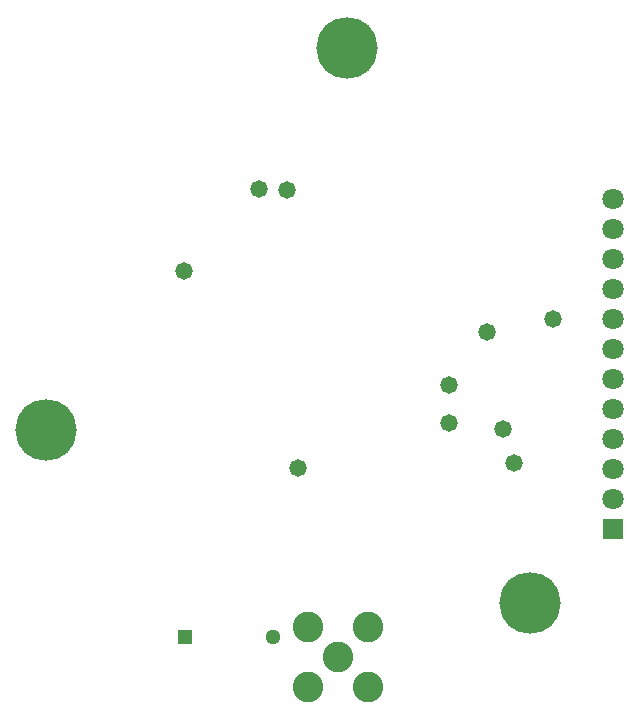
<source format=gbs>
G04*
G04 #@! TF.GenerationSoftware,Altium Limited,Altium Designer,22.2.1 (43)*
G04*
G04 Layer_Color=16711935*
%FSLAX23Y23*%
%MOIN*%
G70*
G04*
G04 #@! TF.SameCoordinates,341014A0-F451-4C88-BB74-CD236E81B47C*
G04*
G04*
G04 #@! TF.FilePolarity,Negative*
G04*
G01*
G75*
%ADD41C,0.205*%
%ADD42C,0.051*%
%ADD43R,0.051X0.051*%
%ADD44C,0.102*%
%ADD45C,0.071*%
%ADD46R,0.071X0.071*%
%ADD47C,0.058*%
D41*
X4395Y2530D02*
D03*
X2780Y3105D02*
D03*
X3785Y4380D02*
D03*
D42*
X3538Y2415D02*
D03*
D43*
X3242D02*
D03*
D44*
X3755Y2350D02*
D03*
X3655Y2450D02*
D03*
X3855D02*
D03*
Y2250D02*
D03*
X3655D02*
D03*
D45*
X4670Y3575D02*
D03*
Y2875D02*
D03*
Y3875D02*
D03*
Y3775D02*
D03*
Y3675D02*
D03*
Y3475D02*
D03*
Y3375D02*
D03*
Y3175D02*
D03*
Y2975D02*
D03*
Y3075D02*
D03*
Y3275D02*
D03*
D46*
Y2775D02*
D03*
D47*
X4340Y2995D02*
D03*
X4305Y3110D02*
D03*
X3585Y3905D02*
D03*
X4470Y3475D02*
D03*
X4250Y3432D02*
D03*
X3621Y2980D02*
D03*
X3490Y3910D02*
D03*
X3240Y3635D02*
D03*
X4125Y3255D02*
D03*
Y3130D02*
D03*
M02*

</source>
